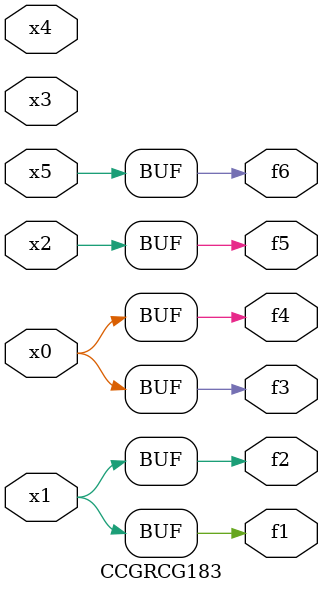
<source format=v>
module CCGRCG183(
	input x0, x1, x2, x3, x4, x5,
	output f1, f2, f3, f4, f5, f6
);
	assign f1 = x1;
	assign f2 = x1;
	assign f3 = x0;
	assign f4 = x0;
	assign f5 = x2;
	assign f6 = x5;
endmodule

</source>
